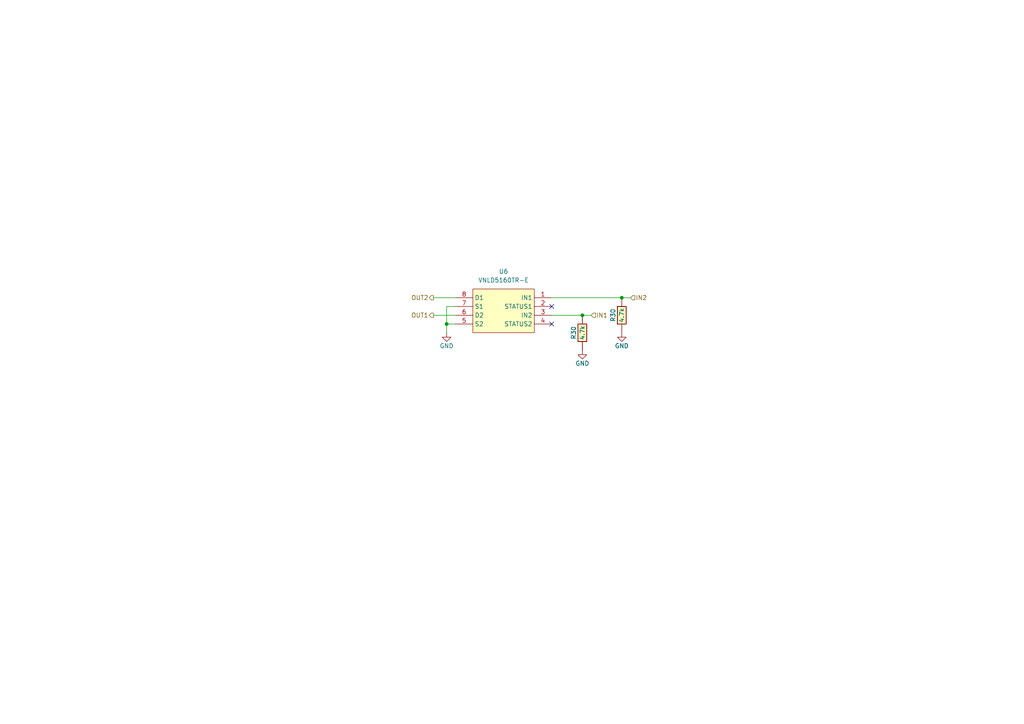
<source format=kicad_sch>
(kicad_sch (version 20250114) (generator "eeschema") (generator_version "9.0")
  (paper "A4")
  (title_block (title "UAEFI") (date "2024-08-15") (rev "D") (company "rusEFI.com"))
  (lib_symbols
    (symbol "chips:VNLD5160"
      (property "Reference" "U" (at 6.35 3.81 0))
      (property "Value" "VNLD5160TR-E" (at 12.7 -11.43 0))
      (symbol "VNLD5160_1_1"
        (rectangle (start 5.08 2.54) (end 22.86 -10.16) (fill (type background)))
        (pin input line (at 0 0 0) (length 5.08) (name "IN1") (number "1"))
        (pin open_collector line (at 0 -2.54 0) (length 5.08) (name "STATUS1") (number "2"))
        (pin input line (at 0 -5.08 0) (length 5.08) (name "IN2") (number "3"))
        (pin open_collector line (at 0 -7.62 0) (length 5.08) (name "STATUS2") (number "4"))
        (pin power_out line (at 27.94 0 180) (length 5.08) (name "D1") (number "8"))
        (pin power_in line (at 27.94 -2.54 180) (length 5.08) (name "S1") (number "7"))
        (pin power_out line (at 27.94 -5.08 180) (length 5.08) (name "D2") (number "6"))
        (pin power_in line (at 27.94 -7.62 180) (length 5.08) (name "S2") (number "5"))
      )
    )
    (symbol "hellen-one-common:Res" (pin_numbers (hide yes))
      (property "Reference" "R" (at 3.81 2.54 0))
      (property "Value" "Res" (at 5.08 -2.54 0))
      (symbol "Res_1_0"
        (rectangle (start 2.54 -1.27) (end 7.62 1.27) (stroke (width 0.254)) (fill (type background)))
        (pin passive line (at 0 0 0) (length 2.54) (name "") (number "1"))
        (pin passive line (at 10.16 0 180) (length 2.54) (name "") (number "2"))
      )
    )
    (symbol "power:GND" (power) (pin_names (offset 0))
      (property "Value" "GND" (at 0 -3.81 0))
      (symbol "GND_0_1"
        (polyline (pts (xy 0 0) (xy 0 -1.27) (xy 1.27 -1.27) (xy 0 -2.54) (xy -1.27 -1.27) (xy 0 -1.27)))
      )
      (symbol "GND_1_1"
        (pin power_in line (at 0 0 270) (length 0) (hide yes) (name "GND") (number "1"))
      )
    )
  )
  (junction (at 168.91 91.44))
  (junction (at 129.54 93.98))
  (junction (at 180.34 86.36))
  (no_connect (at 160.02 88.9))
  (no_connect (at 160.02 93.98))
  (wire (pts (xy 129.54 93.98) (xy 132.08 93.98)))
  (wire (pts (xy 125.73 86.36) (xy 132.08 86.36)))
  (wire (pts (xy 168.91 91.44) (xy 171.45 91.44)))
  (wire (pts (xy 160.02 86.36) (xy 180.34 86.36)))
  (wire (pts (xy 160.02 91.44) (xy 168.91 91.44)))
  (wire (pts (xy 129.54 93.98) (xy 129.54 88.9)))
  (wire (pts (xy 125.73 91.44) (xy 132.08 91.44)))
  (wire (pts (xy 129.54 96.52) (xy 129.54 93.98)))
  (wire (pts (xy 180.34 86.36) (xy 182.88 86.36)))
  (wire (pts (xy 129.54 88.9) (xy 132.08 88.9)))
  (hierarchical_label "OUT2" (shape output) (at 125.73 86.36 180))
  (hierarchical_label "IN2" (shape input) (at 182.88 86.36 0))
  (hierarchical_label "IN1" (shape input) (at 171.45 91.44 0))
  (hierarchical_label "OUT1" (shape output) (at 125.73 91.44 180))
  (symbol (lib_id "power:GND") (at 129.54 96.52 0) (mirror y) (unit 1)
    (property "Reference" "#PWR0140" (effects (hide yes)))
    (property "Value" "GND" (at 129.54 100.33 0))
  )
  (symbol (lib_id "chips:VNLD5160") (at 160.02 86.36 0) (mirror y) (unit 1)
    (property "Reference" "U6" (at 146.05 78.74 0))
    (property "Value" "VNLD5160TR-E" (at 146.05 81.28 0))
    (property "Footprint" "Package_SO:SOIC-8_3.9x4.9mm_P1.27mm" (effects (hide yes)))
    (property "LCSC" "C377942" (effects (hide yes)))
  )
  (symbol (lib_id "power:GND") (at 180.34 96.52 0) (unit 1)
    (property "Reference" "#PWR094" (effects (hide yes)))
    (property "Value" "GND" (at 180.34 100.33 0))
    (instances (project "alphax_8ch" (path "" (reference "#PWR035") (unit 1)) (path "" (reference "#PWR0165") (unit 1))) (project "uaefi" (path "" (reference "#PWR094") (unit 1))))
  )
  (symbol (lib_id "power:GND") (at 168.91 101.6 0) (unit 1)
    (property "Reference" "#PWR095" (effects (hide yes)))
    (property "Value" "GND" (at 168.91 105.41 0))
    (instances (project "alphax_8ch" (path "" (reference "#PWR035") (unit 1)) (path "" (reference "#PWR0165") (unit 1))) (project "uaefi" (path "" (reference "#PWR095") (unit 1))))
  )
  (symbol (lib_id "hellen-one-common:Res") (at 180.34 86.36 90) (mirror x) (unit 1)
    (property "Reference" "R15" (at 177.8 91.44 0))
    (property "Value" "4.7k" (at 180.34 91.44 0))
    (property "Footprint" "hellen-one-common:R0603" (effects (hide yes)))
    (property "LCSC" "C23162" (effects (hide yes)))
    (instances (project "alphax_8ch" (path "" (reference "R30") (unit 1)) (path "" (reference "R68") (unit 1))) (project "uaefi" (path "" (reference "R15") (unit 1))))
  )
  (symbol (lib_id "hellen-one-common:Res") (at 168.91 91.44 90) (mirror x) (unit 1)
    (property "Reference" "R16" (at 166.37 96.52 0))
    (property "Value" "4.7k" (at 168.91 96.52 0))
    (property "Footprint" "hellen-one-common:R0603" (effects (hide yes)))
    (property "LCSC" "C23162" (effects (hide yes)))
    (instances (project "alphax_8ch" (path "" (reference "R30") (unit 1)) (path "" (reference "R68") (unit 1))) (project "uaefi" (path "" (reference "R16") (unit 1))))
  )
)
</source>
